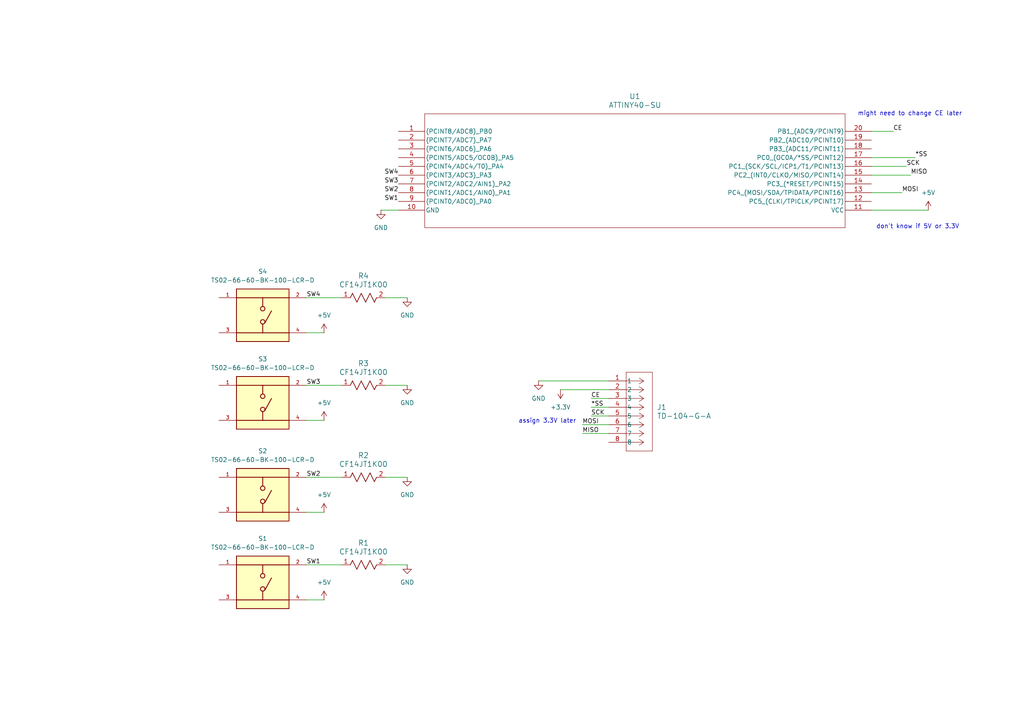
<source format=kicad_sch>
(kicad_sch (version 20231120) (generator "eeschema") (generator_version "8.0")
  (paper "A4")
  (lib_symbols
    (symbol "1000R_Resistor:CF14JT1K00" (pin_names (offset 0.254))
      (property "Reference" "R" (at 5.715 3.81 0))
      (property "Value" "CF14JT1K00" (at 6.35 -3.81 0))
      (symbol "CF14JT1K00_1_1"
        (polyline (pts (xy 2.54 0) (xy 3.175 1.27)) (stroke (width 0.2032)))
        (polyline (pts (xy 3.175 1.27) (xy 4.445 -1.27)) (stroke (width 0.2032)))
        (polyline (pts (xy 4.445 -1.27) (xy 5.715 1.27)) (stroke (width 0.2032)))
        (polyline (pts (xy 5.715 1.27) (xy 6.985 -1.27)) (stroke (width 0.2032)))
        (polyline (pts (xy 6.985 -1.27) (xy 8.255 1.27)) (stroke (width 0.2032)))
        (polyline (pts (xy 8.255 1.27) (xy 9.525 -1.27)) (stroke (width 0.2032)))
        (polyline (pts (xy 9.525 -1.27) (xy 10.16 0)) (stroke (width 0.2032)))
        (pin unspecified line (at 0 0 0) (length 2.54) (name "") (number "1"))
        (pin unspecified line (at 12.7 0 180) (length 2.54) (name "") (number "2"))
      )
      (symbol "CF14JT1K00_1_2"
        (polyline (pts (xy -1.27 3.175) (xy 1.27 4.445)) (stroke (width 0.2032)))
        (polyline (pts (xy -1.27 5.715) (xy 1.27 6.985)) (stroke (width 0.2032)))
        (polyline (pts (xy -1.27 8.255) (xy 1.27 9.525)) (stroke (width 0.2032)))
        (polyline (pts (xy 0 2.54) (xy -1.27 3.175)) (stroke (width 0.2032)))
        (polyline (pts (xy 1.27 4.445) (xy -1.27 5.715)) (stroke (width 0.2032)))
        (polyline (pts (xy 1.27 6.985) (xy -1.27 8.255)) (stroke (width 0.2032)))
        (polyline (pts (xy 1.27 9.525) (xy 0 10.16)) (stroke (width 0.2032)))
        (pin unspecified line (at 0 12.7 270) (length 2.54) (name "") (number "1"))
        (pin unspecified line (at 0 0 90) (length 2.54) (name "") (number "2"))
      )
    )
    (symbol "2_by_4_pin_header_TD-104-G-A:TD-104-G-A" (pin_names (offset 0.254))
      (property "Reference" "J" (at 8.89 6.35 0))
      (property "Value" "TD-104-G-A" (at -0.762 4.572 0))
      (symbol "TD-104-G-A_1_1"
        (polyline (pts (xy 5.08 -20.32) (xy 12.7 -20.32)) (stroke (width 0.127)))
        (polyline (pts (xy 5.08 2.54) (xy 5.08 -20.32)) (stroke (width 0.127)))
        (polyline (pts (xy 10.16 -17.78) (xy 5.08 -17.78)) (stroke (width 0.127)))
        (polyline (pts (xy 10.16 -17.78) (xy 8.89 -18.6267)) (stroke (width 0.127)))
        (polyline (pts (xy 10.16 -17.78) (xy 8.89 -16.9333)) (stroke (width 0.127)))
        (polyline (pts (xy 10.16 -15.24) (xy 5.08 -15.24)) (stroke (width 0.127)))
        (polyline (pts (xy 10.16 -15.24) (xy 8.89 -16.0867)) (stroke (width 0.127)))
        (polyline (pts (xy 10.16 -15.24) (xy 8.89 -14.3933)) (stroke (width 0.127)))
        (polyline (pts (xy 10.16 -12.7) (xy 5.08 -12.7)) (stroke (width 0.127)))
        (polyline (pts (xy 10.16 -12.7) (xy 8.89 -13.5467)) (stroke (width 0.127)))
        (polyline (pts (xy 10.16 -12.7) (xy 8.89 -11.8533)) (stroke (width 0.127)))
        (polyline (pts (xy 10.16 -10.16) (xy 5.08 -10.16)) (stroke (width 0.127)))
        (polyline (pts (xy 10.16 -10.16) (xy 8.89 -11.0067)) (stroke (width 0.127)))
        (polyline (pts (xy 10.16 -10.16) (xy 8.89 -9.3133)) (stroke (width 0.127)))
        (polyline (pts (xy 10.16 -7.62) (xy 5.08 -7.62)) (stroke (width 0.127)))
        (polyline (pts (xy 10.16 -7.62) (xy 8.89 -8.4667)) (stroke (width 0.127)))
        (polyline (pts (xy 10.16 -7.62) (xy 8.89 -6.7733)) (stroke (width 0.127)))
        (polyline (pts (xy 10.16 -5.08) (xy 5.08 -5.08)) (stroke (width 0.127)))
        (polyline (pts (xy 10.16 -5.08) (xy 8.89 -5.9267)) (stroke (width 0.127)))
        (polyline (pts (xy 10.16 -5.08) (xy 8.89 -4.2333)) (stroke (width 0.127)))
        (polyline (pts (xy 10.16 -2.54) (xy 5.08 -2.54)) (stroke (width 0.127)))
        (polyline (pts (xy 10.16 -2.54) (xy 8.89 -3.3867)) (stroke (width 0.127)))
        (polyline (pts (xy 10.16 -2.54) (xy 8.89 -1.6933)) (stroke (width 0.127)))
        (polyline (pts (xy 10.16 0) (xy 5.08 0)) (stroke (width 0.127)))
        (polyline (pts (xy 10.16 0) (xy 8.89 -0.8467)) (stroke (width 0.127)))
        (polyline (pts (xy 10.16 0) (xy 8.89 0.8467)) (stroke (width 0.127)))
        (polyline (pts (xy 12.7 -20.32) (xy 12.7 2.54)) (stroke (width 0.127)))
        (polyline (pts (xy 12.7 2.54) (xy 5.08 2.54)) (stroke (width 0.127)))
        (pin unspecified line (at 0 0 0) (length 5.08) (name "1") (number "1"))
        (pin unspecified line (at 0 -2.54 0) (length 5.08) (name "2") (number "2"))
        (pin unspecified line (at 0 -5.08 0) (length 5.08) (name "3") (number "3"))
        (pin unspecified line (at 0 -7.62 0) (length 5.08) (name "4") (number "4"))
        (pin unspecified line (at 0 -10.16 0) (length 5.08) (name "5") (number "5"))
        (pin unspecified line (at 0 -12.7 0) (length 5.08) (name "6") (number "6"))
        (pin unspecified line (at 0 -15.24 0) (length 5.08) (name "7") (number "7"))
        (pin unspecified line (at 0 -17.78 0) (length 5.08) (name "8") (number "8"))
      )
      (symbol "TD-104-G-A_1_2"
        (polyline (pts (xy 5.08 -20.32) (xy 12.7 -20.32)) (stroke (width 0.127)))
        (polyline (pts (xy 5.08 2.54) (xy 5.08 -20.32)) (stroke (width 0.127)))
        (polyline (pts (xy 7.62 -17.78) (xy 5.08 -17.78)) (stroke (width 0.127)))
        (polyline (pts (xy 7.62 -17.78) (xy 8.89 -18.6267)) (stroke (width 0.127)))
        (polyline (pts (xy 7.62 -17.78) (xy 8.89 -16.9333)) (stroke (width 0.127)))
        (polyline (pts (xy 7.62 -15.24) (xy 5.08 -15.24)) (stroke (width 0.127)))
        (polyline (pts (xy 7.62 -15.24) (xy 8.89 -16.0867)) (stroke (width 0.127)))
        (polyline (pts (xy 7.62 -15.24) (xy 8.89 -14.3933)) (stroke (width 0.127)))
        (polyline (pts (xy 7.62 -12.7) (xy 5.08 -12.7)) (stroke (width 0.127)))
        (polyline (pts (xy 7.62 -12.7) (xy 8.89 -13.5467)) (stroke (width 0.127)))
        (polyline (pts (xy 7.62 -12.7) (xy 8.89 -11.8533)) (stroke (width 0.127)))
        (polyline (pts (xy 7.62 -10.16) (xy 5.08 -10.16)) (stroke (width 0.127)))
        (polyline (pts (xy 7.62 -10.16) (xy 8.89 -11.0067)) (stroke (width 0.127)))
        (polyline (pts (xy 7.62 -10.16) (xy 8.89 -9.3133)) (stroke (width 0.127)))
        (polyline (pts (xy 7.62 -7.62) (xy 5.08 -7.62)) (stroke (width 0.127)))
        (polyline (pts (xy 7.62 -7.62) (xy 8.89 -8.4667)) (stroke (width 0.127)))
        (polyline (pts (xy 7.62 -7.62) (xy 8.89 -6.7733)) (stroke (width 0.127)))
        (polyline (pts (xy 7.62 -5.08) (xy 5.08 -5.08)) (stroke (width 0.127)))
        (polyline (pts (xy 7.62 -5.08) (xy 8.89 -5.9267)) (stroke (width 0.127)))
        (polyline (pts (xy 7.62 -5.08) (xy 8.89 -4.2333)) (stroke (width 0.127)))
        (polyline (pts (xy 7.62 -2.54) (xy 5.08 -2.54)) (stroke (width 0.127)))
        (polyline (pts (xy 7.62 -2.54) (xy 8.89 -3.3867)) (stroke (width 0.127)))
        (polyline (pts (xy 7.62 -2.54) (xy 8.89 -1.6933)) (stroke (width 0.127)))
        (polyline (pts (xy 7.62 0) (xy 5.08 0)) (stroke (width 0.127)))
        (polyline (pts (xy 7.62 0) (xy 8.89 -0.8467)) (stroke (width 0.127)))
        (polyline (pts (xy 7.62 0) (xy 8.89 0.8467)) (stroke (width 0.127)))
        (polyline (pts (xy 12.7 -20.32) (xy 12.7 2.54)) (stroke (width 0.127)))
        (polyline (pts (xy 12.7 2.54) (xy 5.08 2.54)) (stroke (width 0.127)))
        (pin unspecified line (at 0 0 0) (length 5.08) (name "1") (number "1"))
        (pin unspecified line (at 0 -2.54 0) (length 5.08) (name "2") (number "2"))
        (pin unspecified line (at 0 -5.08 0) (length 5.08) (name "3") (number "3"))
        (pin unspecified line (at 0 -7.62 0) (length 5.08) (name "4") (number "4"))
        (pin unspecified line (at 0 -10.16 0) (length 5.08) (name "5") (number "5"))
        (pin unspecified line (at 0 -12.7 0) (length 5.08) (name "6") (number "6"))
        (pin unspecified line (at 0 -15.24 0) (length 5.08) (name "7") (number "7"))
        (pin unspecified line (at 0 -17.78 0) (length 5.08) (name "8") (number "8"))
      )
    )
    (symbol "ATTINY40-SU:ATTINY40-SU" (pin_names (offset 0.254))
      (property "Reference" "U" (at 68.58 10.16 0))
      (property "Value" "ATTINY40-SU" (at 68.58 7.62 0))
      (symbol "ATTINY40-SU_0_1"
        (polyline (pts (xy 7.62 -27.94) (xy 129.54 -27.94)) (stroke (width 0.127)))
        (polyline (pts (xy 7.62 5.08) (xy 7.62 -27.94)) (stroke (width 0.127)))
        (polyline (pts (xy 129.54 -27.94) (xy 129.54 5.08)) (stroke (width 0.127)))
        (polyline (pts (xy 129.54 5.08) (xy 7.62 5.08)) (stroke (width 0.127)))
        (pin bidirectional line (at 0 0 0) (length 7.62) (name "(PCINT8/ADC8)_PB0") (number "1"))
        (pin power_out line (at 0 -22.86 0) (length 7.62) (name "GND") (number "10"))
        (pin power_in line (at 137.16 -22.86 180) (length 7.62) (name "VCC") (number "11"))
        (pin bidirectional line (at 137.16 -20.32 180) (length 7.62) (name "PC5_(CLKI/TPICLK/PCINT17)") (number "12"))
        (pin bidirectional line (at 137.16 -17.78 180) (length 7.62) (name "PC4_(MOSI/SDA/TPIDATA/PCINT16)") (number "13"))
        (pin bidirectional line (at 137.16 -15.24 180) (length 7.62) (name "PC3_(*RESET/PCINT15)") (number "14"))
        (pin bidirectional line (at 137.16 -12.7 180) (length 7.62) (name "PC2_(INT0/CLKO/MISO/PCINT14)") (number "15"))
        (pin bidirectional line (at 137.16 -10.16 180) (length 7.62) (name "PC1_(SCK/SCL/ICP1/T1/PCINT13)") (number "16"))
        (pin bidirectional line (at 137.16 -7.62 180) (length 7.62) (name "PC0_(OC0A/*SS/PCINT12)") (number "17"))
        (pin bidirectional line (at 137.16 -5.08 180) (length 7.62) (name "PB3_(ADC11/PCINT11)") (number "18"))
        (pin bidirectional line (at 137.16 -2.54 180) (length 7.62) (name "PB2_(ADC10/PCINT10)") (number "19"))
        (pin bidirectional line (at 0 -2.54 0) (length 7.62) (name "(PCINT7/ADC7)_PA7") (number "2"))
        (pin bidirectional line (at 137.16 0 180) (length 7.62) (name "PB1_(ADC9/PCINT9)") (number "20"))
        (pin bidirectional line (at 0 -5.08 0) (length 7.62) (name "(PCINT6/ADC6)_PA6") (number "3"))
        (pin bidirectional line (at 0 -7.62 0) (length 7.62) (name "(PCINT5/ADC5/OC0B)_PA5") (number "4"))
        (pin bidirectional line (at 0 -10.16 0) (length 7.62) (name "(PCINT4/ADC4/T0)_PA4") (number "5"))
        (pin bidirectional line (at 0 -12.7 0) (length 7.62) (name "(PCINT3/ADC3)_PA3") (number "6"))
        (pin input line (at 0 -15.24 0) (length 7.62) (name "(PCINT2/ADC2/AIN1)_PA2") (number "7"))
        (pin bidirectional line (at 0 -17.78 0) (length 7.62) (name "(PCINT1/ADC1/AIN0)_PA1") (number "8"))
        (pin bidirectional line (at 0 -20.32 0) (length 7.62) (name "(PCINT0/ADC0)_PA0") (number "9"))
      )
    )
    (symbol "TS02-66-60-BK-100-LCR-D:TS02-66-60-BK-100-LCR-D" (pin_names (offset 1.016))
      (property "Reference" "S" (at -7.62 8.382 0))
      (property "Value" "TS02-66-60-BK-100-LCR-D" (at -7.62 -8.382 0))
      (symbol "TS02-66-60-BK-100-LCR-D_0_0"
        (rectangle (start -7.62 -7.62) (end 7.62 7.62) (stroke (width 0.254)) (fill (type background)))
        (circle (center 0 -1.905) (radius 0.635) (stroke (width 0.254)))
        (polyline (pts (xy 0 -5.08) (xy -7.62 -5.08)) (stroke (width 0.254)))
        (polyline (pts (xy 0 -5.08) (xy 7.62 -5.08)) (stroke (width 0.254)))
        (polyline (pts (xy 0 -2.54) (xy 0 -5.08)) (stroke (width 0.254)))
        (polyline (pts (xy 0 5.08) (xy -7.62 5.08)) (stroke (width 0.254)))
        (polyline (pts (xy 0 5.08) (xy 0 2.54)) (stroke (width 0.254)))
        (polyline (pts (xy 0 5.08) (xy 7.62 5.08)) (stroke (width 0.254)))
        (polyline (pts (xy 0.635 -2.2225) (xy 2.54 1.27)) (stroke (width 0.254)))
        (circle (center 0 1.905) (radius 0.635) (stroke (width 0.254)))
        (pin passive line (at -12.7 5.08 0) (length 5.08) (name "~") (number "1"))
        (pin passive line (at 12.7 5.08 180) (length 5.08) (name "~") (number "2"))
        (pin passive line (at -12.7 -5.08 0) (length 5.08) (name "~") (number "3"))
        (pin passive line (at 12.7 -5.08 180) (length 5.08) (name "~") (number "4"))
      )
    )
    (symbol "power:+3.3V" (power) (pin_numbers hide) (pin_names (offset 0) hide)
      (property "Value" "+3.3V" (at 0 3.556 0))
      (symbol "+3.3V_0_1"
        (polyline (pts (xy -0.762 1.27) (xy 0 2.54)))
        (polyline (pts (xy 0 0) (xy 0 2.54)))
        (polyline (pts (xy 0 2.54) (xy 0.762 1.27)))
      )
      (symbol "+3.3V_1_1"
        (pin power_in line (at 0 0 90) (length 0) (name "~") (number "1"))
      )
    )
    (symbol "power:+5V" (power) (pin_numbers hide) (pin_names (offset 0) hide)
      (property "Value" "+5V" (at 0 3.556 0))
      (symbol "+5V_0_1"
        (polyline (pts (xy -0.762 1.27) (xy 0 2.54)))
        (polyline (pts (xy 0 0) (xy 0 2.54)))
        (polyline (pts (xy 0 2.54) (xy 0.762 1.27)))
      )
      (symbol "+5V_1_1"
        (pin power_in line (at 0 0 90) (length 0) (name "~") (number "1"))
      )
    )
    (symbol "power:GND" (power) (pin_numbers hide) (pin_names (offset 0) hide)
      (property "Value" "GND" (at 0 -3.81 0))
      (symbol "GND_0_1"
        (polyline (pts (xy 0 0) (xy 0 -1.27) (xy 1.27 -1.27) (xy 0 -2.54) (xy -1.27 -1.27) (xy 0 -1.27)))
      )
      (symbol "GND_1_1"
        (pin power_in line (at 0 0 270) (length 0) (name "~") (number "1"))
      )
    )
  )
  (wire (pts (xy 252.73 38.1) (xy 259.08 38.1)))
  (wire (pts (xy 88.9 173.99) (xy 93.98 173.99)))
  (wire (pts (xy 88.9 163.83) (xy 99.06 163.83)))
  (wire (pts (xy 171.45 115.57) (xy 176.53 115.57)))
  (wire (pts (xy 111.76 163.83) (xy 118.11 163.83)))
  (wire (pts (xy 111.76 111.76) (xy 118.11 111.76)))
  (wire (pts (xy 88.9 86.36) (xy 99.06 86.36)))
  (wire (pts (xy 252.73 60.96) (xy 269.24 60.96)))
  (wire (pts (xy 88.9 138.43) (xy 99.06 138.43)))
  (wire (pts (xy 252.73 55.88) (xy 261.62 55.88)))
  (wire (pts (xy 156.21 110.49) (xy 176.53 110.49)))
  (wire (pts (xy 162.56 113.03) (xy 176.53 113.03)))
  (wire (pts (xy 252.73 50.8) (xy 264.16 50.8)))
  (wire (pts (xy 88.9 148.59) (xy 93.98 148.59)))
  (wire (pts (xy 171.45 120.65) (xy 176.53 120.65)))
  (wire (pts (xy 110.49 60.96) (xy 115.57 60.96)))
  (wire (pts (xy 252.73 45.72) (xy 265.43 45.72)))
  (wire (pts (xy 88.9 96.52) (xy 93.98 96.52)))
  (wire (pts (xy 88.9 111.76) (xy 99.06 111.76)))
  (wire (pts (xy 168.91 125.73) (xy 176.53 125.73)))
  (wire (pts (xy 171.45 118.11) (xy 176.53 118.11)))
  (wire (pts (xy 88.9 121.92) (xy 93.98 121.92)))
  (wire (pts (xy 252.73 48.26) (xy 262.89 48.26)))
  (wire (pts (xy 111.76 138.43) (xy 118.11 138.43)))
  (wire (pts (xy 111.76 86.36) (xy 118.11 86.36)))
  (wire (pts (xy 168.91 123.19) (xy 176.53 123.19)))
  (text "might need to change CE later" (at 263.906 33.02 0) (effects (font (size 1.27 1.27))))
  (text "assign 3.3V later" (at 158.75 122.174 0) (effects (font (size 1.27 1.27))))
  (text "don't know if 5V or 3.3V" (at 266.192 65.786 0) (effects (font (size 1.27 1.27))))
  (label "SW1" (at 115.57 58.42 180))
  (label "SW3" (at 88.9 111.76 0))
  (label "MOSI" (at 168.91 123.19 0))
  (label "SCK" (at 262.89 48.26 0))
  (label "SW2" (at 88.9 138.43 0))
  (label "MISO" (at 168.91 125.73 0))
  (label "CE" (at 259.08 38.1 0))
  (label "MOSI" (at 261.62 55.88 0))
  (label "SW2" (at 115.57 55.88 180))
  (label "SW4" (at 88.9 86.36 0))
  (label "SCK" (at 171.45 120.65 0))
  (label "SW3" (at 115.57 53.34 180))
  (label "SW1" (at 88.9 163.83 0))
  (label "MISO" (at 264.16 50.8 0))
  (label "*SS" (at 265.43 45.72 0))
  (label "CE" (at 171.45 115.57 0))
  (label "*SS" (at 171.45 118.11 0))
  (label "SW4" (at 115.57 50.8 180))
  (symbol (lib_id "power:+3.3V") (at 162.56 113.03 180) (unit 1)
    (property "Reference" "#PWR09" (effects (hide yes)))
    (property "Value" "+3.3V" (at 162.56 118.11 0))
    (property "Description" "Power symbol creates a global label with name \"+3.3V\"" (effects (hide yes)))
  )
  (symbol (lib_id "power:GND") (at 110.49 60.96 0) (unit 1)
    (property "Reference" "#PWR07" (effects (hide yes)))
    (property "Value" "GND" (at 110.49 66.04 0))
    (property "Description" "Power symbol creates a global label with name \"GND\" , ground" (effects (hide yes)))
  )
  (symbol (lib_id "power:GND") (at 118.11 138.43 0) (unit 1)
    (property "Reference" "#PWR03" (effects (hide yes)))
    (property "Value" "GND" (at 118.11 143.51 0))
    (property "Description" "Power symbol creates a global label with name \"GND\" , ground" (effects (hide yes)))
  )
  (symbol (lib_id "1000R_Resistor:CF14JT1K00") (at 99.06 163.83 0) (unit 1)
    (property "Reference" "R1" (at 105.41 157.48 0) (effects (font (size 1.524 1.524))))
    (property "Value" "CF14JT1K00" (at 105.41 160.02 0) (effects (font (size 1.524 1.524))))
    (property "Footprint" "1000R_Resistor:STA_CF14_STP" (effects (hide yes)))
    (property "Datasheet" "CF14JT1K00" (effects (hide yes)))
  )
  (symbol (lib_id "power:+5V") (at 93.98 173.99 0) (unit 1)
    (property "Reference" "#PWR0101" (effects (hide yes)))
    (property "Value" "+5V" (at 93.98 168.91 0))
    (property "Description" "Power symbol creates a global label with name \"+5V\"" (effects (hide yes)))
  )
  (symbol (lib_id "2_by_4_pin_header_TD-104-G-A:TD-104-G-A") (at 176.53 110.49 0) (unit 1)
    (property "Reference" "J1" (at 190.5 118.1099 0) (effects (font (size 1.524 1.524)) (justify left)))
    (property "Value" "TD-104-G-A" (at 190.5 120.6499 0) (effects (font (size 1.524 1.524)) (justify left)))
    (property "Footprint" "2_by_4_pin_header_TD-104-G-A:CON8_2X4_TU_HTS_SAI" (effects (hide yes)))
    (property "Datasheet" "TD-104-G-A" (effects (hide yes)))
  )
  (symbol (lib_id "1000R_Resistor:CF14JT1K00") (at 99.06 138.43 0) (unit 1)
    (property "Reference" "R2" (at 105.41 132.08 0) (effects (font (size 1.524 1.524))))
    (property "Value" "CF14JT1K00" (at 105.41 134.62 0) (effects (font (size 1.524 1.524))))
    (property "Footprint" "1000R_Resistor:STA_CF14_STP" (effects (hide yes)))
    (property "Datasheet" "CF14JT1K00" (effects (hide yes)))
  )
  (symbol (lib_id "power:GND") (at 156.21 110.49 0) (unit 1)
    (property "Reference" "#PWR08" (effects (hide yes)))
    (property "Value" "GND" (at 156.21 115.57 0))
    (property "Description" "Power symbol creates a global label with name \"GND\" , ground" (effects (hide yes)))
  )
  (symbol (lib_id "1000R_Resistor:CF14JT1K00") (at 99.06 86.36 0) (unit 1)
    (property "Reference" "R4" (at 105.41 80.01 0) (effects (font (size 1.524 1.524))))
    (property "Value" "CF14JT1K00" (at 105.41 82.55 0) (effects (font (size 1.524 1.524))))
    (property "Footprint" "1000R_Resistor:STA_CF14_STP" (effects (hide yes)))
    (property "Datasheet" "CF14JT1K00" (effects (hide yes)))
  )
  (symbol (lib_id "power:+5V") (at 269.24 60.96 0) (unit 1)
    (property "Reference" "#PWR06" (effects (hide yes)))
    (property "Value" "+5V" (at 269.24 55.88 0))
    (property "Description" "Power symbol creates a global label with name \"+5V\"" (effects (hide yes)))
  )
  (symbol (lib_id "1000R_Resistor:CF14JT1K00") (at 99.06 111.76 0) (unit 1)
    (property "Reference" "R3" (at 105.41 105.41 0) (effects (font (size 1.524 1.524))))
    (property "Value" "CF14JT1K00" (at 105.41 107.95 0) (effects (font (size 1.524 1.524))))
    (property "Footprint" "1000R_Resistor:STA_CF14_STP" (effects (hide yes)))
    (property "Datasheet" "CF14JT1K00" (effects (hide yes)))
  )
  (symbol (lib_id "TS02-66-60-BK-100-LCR-D:TS02-66-60-BK-100-LCR-D") (at 76.2 168.91 0) (unit 1)
    (property "Reference" "S1" (at 76.2 156.21 0))
    (property "Value" "TS02-66-60-BK-100-LCR-D" (at 76.2 158.75 0))
    (property "Footprint" "TS02_66_60_BK_100_LCR_D:SW_TS02-66-60-BK-100-LCR-D" (effects (hide yes)))
    (property "PARTREV" "1.0" (effects (hide yes)))
    (property "MANUFACTURER" "CUI Devices" (effects (hide yes)))
    (property "STANDARD" "Manufacturer Recommendations" (effects (hide yes)))
  )
  (symbol (lib_id "TS02-66-60-BK-100-LCR-D:TS02-66-60-BK-100-LCR-D") (at 76.2 91.44 0) (unit 1)
    (property "Reference" "S4" (at 76.2 78.74 0))
    (property "Value" "TS02-66-60-BK-100-LCR-D" (at 76.2 81.28 0))
    (property "Footprint" "TS02_66_60_BK_100_LCR_D:SW_TS02-66-60-BK-100-LCR-D" (effects (hide yes)))
    (property "PARTREV" "1.0" (effects (hide yes)))
    (property "MANUFACTURER" "CUI Devices" (effects (hide yes)))
    (property "STANDARD" "Manufacturer Recommendations" (effects (hide yes)))
  )
  (symbol (lib_id "TS02-66-60-BK-100-LCR-D:TS02-66-60-BK-100-LCR-D") (at 76.2 143.51 0) (unit 1)
    (property "Reference" "S2" (at 76.2 130.81 0))
    (property "Value" "TS02-66-60-BK-100-LCR-D" (at 76.2 133.35 0))
    (property "Footprint" "TS02_66_60_BK_100_LCR_D:SW_TS02-66-60-BK-100-LCR-D" (effects (hide yes)))
    (property "PARTREV" "1.0" (effects (hide yes)))
    (property "MANUFACTURER" "CUI Devices" (effects (hide yes)))
    (property "STANDARD" "Manufacturer Recommendations" (effects (hide yes)))
  )
  (symbol (lib_id "power:+5V") (at 93.98 96.52 0) (unit 1)
    (property "Reference" "#PWR05" (effects (hide yes)))
    (property "Value" "+5V" (at 93.98 91.44 0))
    (property "Description" "Power symbol creates a global label with name \"+5V\"" (effects (hide yes)))
  )
  (symbol (lib_id "TS02-66-60-BK-100-LCR-D:TS02-66-60-BK-100-LCR-D") (at 76.2 116.84 0) (unit 1)
    (property "Reference" "S3" (at 76.2 104.14 0))
    (property "Value" "TS02-66-60-BK-100-LCR-D" (at 76.2 106.68 0))
    (property "Footprint" "TS02_66_60_BK_100_LCR_D:SW_TS02-66-60-BK-100-LCR-D" (effects (hide yes)))
    (property "PARTREV" "1.0" (effects (hide yes)))
    (property "MANUFACTURER" "CUI Devices" (effects (hide yes)))
    (property "STANDARD" "Manufacturer Recommendations" (effects (hide yes)))
  )
  (symbol (lib_id "power:GND") (at 118.11 111.76 0) (unit 1)
    (property "Reference" "#PWR02" (effects (hide yes)))
    (property "Value" "GND" (at 118.11 116.84 0))
    (property "Description" "Power symbol creates a global label with name \"GND\" , ground" (effects (hide yes)))
  )
  (symbol (lib_id "power:+5V") (at 93.98 148.59 0) (unit 1)
    (property "Reference" "#PWR0102" (effects (hide yes)))
    (property "Value" "+5V" (at 93.98 143.51 0))
    (property "Description" "Power symbol creates a global label with name \"+5V\"" (effects (hide yes)))
  )
  (symbol (lib_id "power:GND") (at 118.11 163.83 0) (unit 1)
    (property "Reference" "#PWR04" (effects (hide yes)))
    (property "Value" "GND" (at 118.11 168.91 0))
    (property "Description" "Power symbol creates a global label with name \"GND\" , ground" (effects (hide yes)))
  )
  (symbol (lib_id "ATTINY40-SU:ATTINY40-SU") (at 115.57 38.1 0) (unit 1)
    (property "Reference" "U1" (at 184.15 27.94 0) (effects (font (size 1.524 1.524))))
    (property "Value" "ATTINY40-SU" (at 184.15 30.48 0) (effects (font (size 1.524 1.524))))
    (property "Footprint" "footprints:SOIC20-W_MC_MCH" (effects (hide yes)))
    (property "Datasheet" "ATTINY40-SU" (effects (hide yes)))
  )
  (symbol (lib_id "power:GND") (at 118.11 86.36 0) (unit 1)
    (property "Reference" "#PWR01" (effects (hide yes)))
    (property "Value" "GND" (at 118.11 91.44 0))
    (property "Description" "Power symbol creates a global label with name \"GND\" , ground" (effects (hide yes)))
  )
  (symbol (lib_id "power:+5V") (at 93.98 121.92 0) (unit 1)
    (property "Reference" "#PWR0103" (effects (hide yes)))
    (property "Value" "+5V" (at 93.98 116.84 0))
    (property "Description" "Power symbol creates a global label with name \"+5V\"" (effects (hide yes)))
  )
)
</source>
